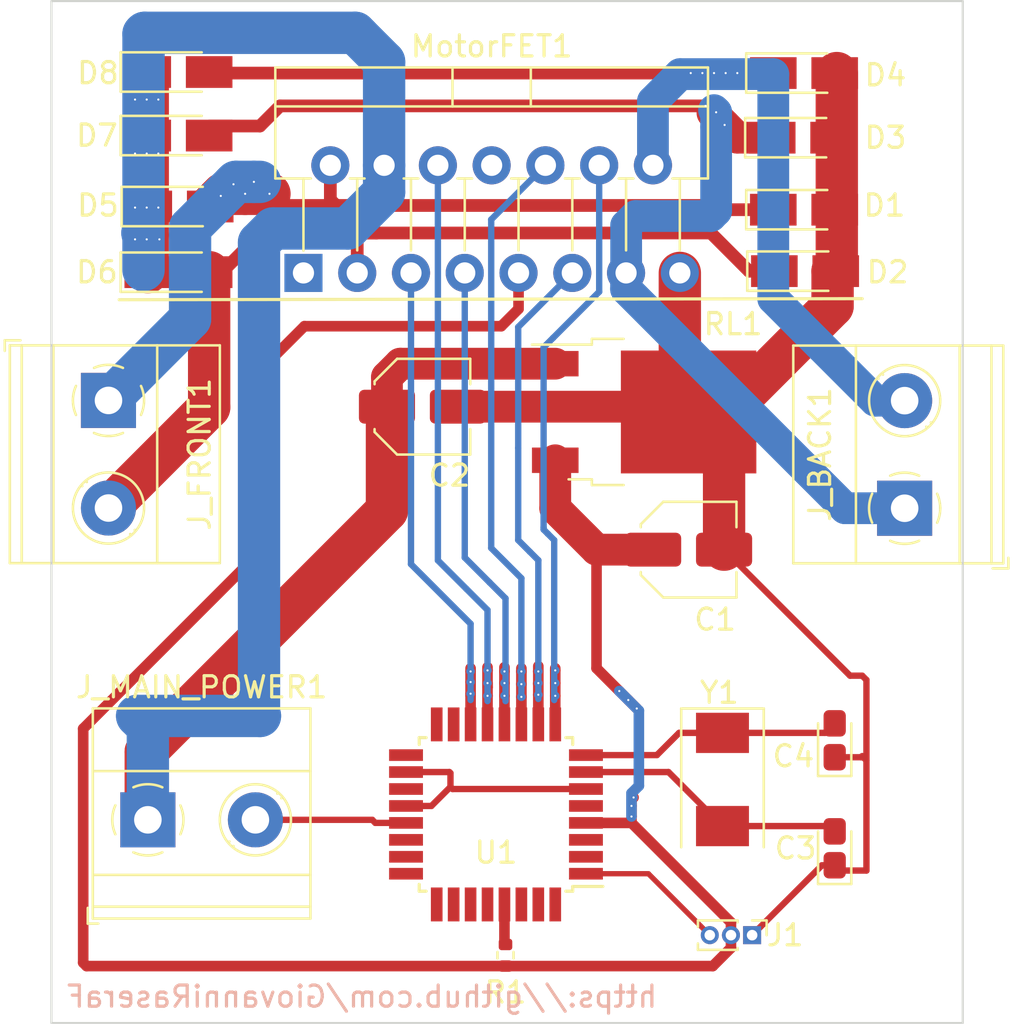
<source format=kicad_pcb>
(kicad_pcb (version 20211014) (generator pcbnew)
  (layers (0 "F.Cu" signal) (31 "B.Cu" signal) (34 "B.Paste" user) (35 "F.Paste" user) (36 "B.SilkS" user "B.Silkscreen") (37 "F.SilkS" user "F.Silkscreen") (38 "B.Mask" user) (39 "F.Mask" user) (44 "Edge.Cuts" user))
  (net 0 "")
  (net 1 "/5-12V")
  (net 2 "Earth")
  (net 3 "VCC")
  (net 4 "Net-(D1-Pad1)")
  (net 5 "Net-(D2-Pad1)")
  (net 6 "Net-(D3-Pad1)")
  (net 7 "Net-(D4-Pad1)")
  (net 8 "Net-(J1-Pad3)")
  (net 9 "INO_D9")
  (net 10 "INO_D10")
  (net 11 "INO_D8")
  (net 12 "INO_D7")
  (net 13 "INO_D5")
  (net 14 "INO_D6")
  (net 16 "Net-(C3-Pad2)")
  (net 17 "Net-(C4-Pad2)")
  (net 18 "Net-(R1-Pad2)")
  (footprint "Package_TO_SOT_SMD:TO-252-2" (layer "F.Cu") (at 68 59)
    (fp_text reference "RL1" (at 4.2 -4.15 180) (layer "F.SilkS"))
    (fp_text value "KA78M05_TO252" hide)
    (fp_line (start -2.47 -3.45) (end -2.47 -3.18) (layer "F.SilkS") (width 0.12))
    (fp_line (start -2.47 3.45) (end -2.47 3.18) (layer "F.SilkS") (width 0.12))
    (fp_line (start -2.47 3.18) (end -3.57 3.18) (layer "F.SilkS") (width 0.12))
    (fp_line (start -2.47 -3.18) (end -5.3 -3.18) (layer "F.SilkS") (width 0.12))
    (fp_line (start -0.97 -3.45) (end -2.47 -3.45) (layer "F.SilkS") (width 0.12))
    (fp_line (start -0.97 3.45) (end -2.47 3.45) (layer "F.SilkS") (width 0.12))
    (pad "1" smd rect (at -4.2 -2.28) (size 2.2 1.2) (layers "F.Cu" "F.Paste" "F.Mask") (net 1 "/5-12V"))
    (pad "2" smd rect (at 2.1 0) (size 6.4 5.8) (layers "F.Cu" "F.Mask") (net 2 "Earth"))
    (pad "3" smd rect (at -4.2 2.28) (size 2.2 1.2) (layers "F.Cu" "F.Paste" "F.Mask") (net 3 "VCC"))
  )
  (footprint "Capacitor_Tantalum_SMD:CP_EIA-1608-10_AVX-L_Pad1.25x1.05mm_HandSolder" (layer "F.Cu") (at 77 79.6 90)
    (fp_text reference "C3" (at 0 -1.85 180) (layer "F.SilkS"))
    (fp_text value "22pF")
    (fp_line (start 0.8 -0.785) (end -1.685 -0.785) (layer "F.SilkS") (width 0.12))
    (fp_line (start -1.685 0.785) (end 0.8 0.785) (layer "F.SilkS") (width 0.12))
    (fp_line (start -1.685 -0.785) (end -1.685 0.785) (layer "F.SilkS") (width 0.12))
    (pad "1" smd roundrect (at -0.8 0 90) (size 1.25 1.05) (layers "F.Cu" "F.Paste" "F.Mask") (roundrect_rratio 0.238095) (net 2 "Earth"))
    (pad "2" smd roundrect (at 0.8 0 90) (size 1.25 1.05) (layers "F.Cu" "F.Paste" "F.Mask") (roundrect_rratio 0.238095) (net 16 "Net-(C3-Pad2)"))
  )
  (footprint "Diode_SMD:D_MicroMELF_Handsoldering" (layer "F.Cu") (at 75.55 43)
    (fp_text reference "D4" (at 3.85 0.1 180) (layer "F.SilkS"))
    (fp_text value "1N4007" hide)
    (fp_line (start 1.1 -0.93) (end -2.73 -0.93) (layer "F.SilkS") (width 0.12))
    (fp_line (start -2.73 -0.93) (end -2.73 0.93) (layer "F.SilkS") (width 0.12))
    (fp_line (start -2.73 0.93) (end 1.1 0.93) (layer "F.SilkS") (width 0.12))
    (pad "1" smd rect (at -1.45 0) (size 2.2 1.5) (layers "F.Cu" "F.Paste" "F.Mask") (net 7 "Net-(D4-Pad1)"))
    (pad "2" smd rect (at 1.45 0) (size 2.2 1.5) (layers "F.Cu" "F.Paste" "F.Mask") (net 2 "Earth"))
  )
  (footprint "Diode_SMD:D_MicroMELF_Handsoldering" (layer "F.Cu") (at 46 52.4)
    (fp_text reference "D6" (at -3.85 0 180) (layer "F.SilkS"))
    (fp_text value "1N4007" hide)
    (fp_line (start 1.1 -0.93) (end -2.73 -0.93) (layer "F.SilkS") (width 0.12))
    (fp_line (start -2.73 -0.93) (end -2.73 0.93) (layer "F.SilkS") (width 0.12))
    (fp_line (start -2.73 0.93) (end 1.1 0.93) (layer "F.SilkS") (width 0.12))
    (pad "1" smd rect (at -1.45 0) (size 2.2 1.5) (layers "F.Cu" "F.Paste" "F.Mask") (net 1 "/5-12V"))
    (pad "2" smd rect (at 1.45 0) (size 2.2 1.5) (layers "F.Cu" "F.Paste" "F.Mask") (net 5 "Net-(D2-Pad1)"))
  )
  (footprint "Package_QFP:TQFP-32_7x7mm_P0.8mm" (layer "F.Cu") (at 61 78 180)
    (fp_text reference "U1" (at 0 -1.8) (layer "F.SilkS"))
    (fp_text value "ATmega328P-A" hide)
    (fp_line (start -3.625 -3.625) (end -3.625 -3.4) (layer "F.SilkS") (width 0.15))
    (fp_line (start 3.625 3.625) (end 3.625 3.3) (layer "F.SilkS") (width 0.15))
    (fp_line (start -3.625 3.625) (end -3.3 3.625) (layer "F.SilkS") (width 0.15))
    (fp_line (start -3.625 3.625) (end -3.625 3.3) (layer "F.SilkS") (width 0.15))
    (fp_line (start 3.625 3.625) (end 3.3 3.625) (layer "F.SilkS") (width 0.15))
    (fp_line (start -3.625 -3.625) (end -3.3 -3.625) (layer "F.SilkS") (width 0.15))
    (fp_line (start 3.625 -3.625) (end 3.3 -3.625) (layer "F.SilkS") (width 0.15))
    (fp_line (start -3.625 -3.4) (end -5.05 -3.4) (layer "F.SilkS") (width 0.15))
    (fp_line (start 3.625 -3.625) (end 3.625 -3.3) (layer "F.SilkS") (width 0.15))
    (pad "1" smd rect (at -4.25 -2.8 180) (size 1.6 0.55) (layers "F.Cu" "F.Paste" "F.Mask") (net 8 "Net-(J1-Pad3)"))
    (pad "2" smd rect (at -4.25 -2 180) (size 1.6 0.55) (layers "F.Cu" "F.Paste" "F.Mask"))
    (pad "3" smd rect (at -4.25 -1.2 180) (size 1.6 0.55) (layers "F.Cu" "F.Paste" "F.Mask") (net 2 "Earth"))
    (pad "4" smd rect (at -4.25 -0.4 180) (size 1.6 0.55) (layers "F.Cu" "F.Paste" "F.Mask") (net 3 "VCC"))
    (pad "5" smd rect (at -4.25 0.4 180) (size 1.6 0.55) (layers "F.Cu" "F.Paste" "F.Mask") (net 2 "Earth"))
    (pad "6" smd rect (at -4.25 1.2 180) (size 1.6 0.55) (layers "F.Cu" "F.Paste" "F.Mask") (net 3 "VCC"))
    (pad "7" smd rect (at -4.25 2 180) (size 1.6 0.55) (layers "F.Cu" "F.Paste" "F.Mask") (net 16 "Net-(C3-Pad2)"))
    (pad "8" smd rect (at -4.25 2.8 180) (size 1.6 0.55) (layers "F.Cu" "F.Paste" "F.Mask") (net 17 "Net-(C4-Pad2)"))
    (pad "9" smd rect (at -2.8 4.25 270) (size 1.6 0.55) (layers "F.Cu" "F.Paste" "F.Mask") (net 13 "INO_D5"))
    (pad "10" smd rect (at -2 4.25 270) (size 1.6 0.55) (layers "F.Cu" "F.Paste" "F.Mask") (net 14 "INO_D6"))
    (pad "11" smd rect (at -1.2 4.25 270) (size 1.6 0.55) (layers "F.Cu" "F.Paste" "F.Mask") (net 12 "INO_D7"))
    (pad "12" smd rect (at -0.4 4.25 270) (size 1.6 0.55) (layers "F.Cu" "F.Paste" "F.Mask") (net 11 "INO_D8"))
    (pad "13" smd rect (at 0.4 4.25 270) (size 1.6 0.55) (layers "F.Cu" "F.Paste" "F.Mask") (net 9 "INO_D9"))
    (pad "14" smd rect (at 1.2 4.25 270) (size 1.6 0.55) (layers "F.Cu" "F.Paste" "F.Mask") (net 10 "INO_D10"))
    (pad "15" smd rect (at 2 4.25 270) (size 1.6 0.55) (layers "F.Cu" "F.Paste" "F.Mask"))
    (pad "16" smd rect (at 2.8 4.25 270) (size 1.6 0.55) (layers "F.Cu" "F.Paste" "F.Mask"))
    (pad "17" smd rect (at 4.25 2.8 180) (size 1.6 0.55) (layers "F.Cu" "F.Paste" "F.Mask"))
    (pad "18" smd rect (at 4.25 2 180) (size 1.6 0.55) (layers "F.Cu" "F.Paste" "F.Mask") (net 3 "VCC"))
    (pad "19" smd rect (at 4.25 1.2 180) (size 1.6 0.55) (layers "F.Cu" "F.Paste" "F.Mask"))
    (pad "20" smd rect (at 4.25 0.4 180) (size 1.6 0.55) (layers "F.Cu" "F.Paste" "F.Mask") (net 3 "VCC"))
    (pad "21" smd rect (at 4.25 -0.4 180) (size 1.6 0.55) (layers "F.Cu" "F.Paste" "F.Mask") (net 2 "Earth"))
    (pad "22" smd rect (at 4.25 -1.2 180) (size 1.6 0.55) (layers "F.Cu" "F.Paste" "F.Mask"))
    (pad "23" smd rect (at 4.25 -2 180) (size 1.6 0.55) (layers "F.Cu" "F.Paste" "F.Mask"))
    (pad "24" smd rect (at 4.25 -2.8 180) (size 1.6 0.55) (layers "F.Cu" "F.Paste" "F.Mask"))
    (pad "25" smd rect (at 2.8 -4.25 270) (size 1.6 0.55) (layers "F.Cu" "F.Paste" "F.Mask"))
    (pad "26" smd rect (at 2 -4.25 270) (size 1.6 0.55) (layers "F.Cu" "F.Paste" "F.Mask"))
    (pad "27" smd rect (at 1.2 -4.25 270) (size 1.6 0.55) (layers "F.Cu" "F.Paste" "F.Mask"))
    (pad "28" smd rect (at 0.4 -4.25 270) (size 1.6 0.55) (layers "F.Cu" "F.Paste" "F.Mask"))
    (pad "29" smd rect (at -0.4 -4.25 270) (size 1.6 0.55) (layers "F.Cu" "F.Paste" "F.Mask") (net 18 "Net-(R1-Pad2)"))
    (pad "30" smd rect (at -1.2 -4.25 270) (size 1.6 0.55) (layers "F.Cu" "F.Paste" "F.Mask"))
    (pad "31" smd rect (at -2 -4.25 270) (size 1.6 0.55) (layers "F.Cu" "F.Paste" "F.Mask"))
    (pad "32" smd rect (at -2.8 -4.25 270) (size 1.6 0.55) (layers "F.Cu" "F.Paste" "F.Mask"))
  )
  (footprint "Diode_SMD:D_MicroMELF_Handsoldering" (layer "F.Cu") (at 75.55 49.45)
    (fp_text reference "D1" (at 3.8 -0.2 180) (layer "F.SilkS"))
    (fp_text value "1N4007" hide)
    (fp_line (start -2.73 0.93) (end 1.1 0.93) (layer "F.SilkS") (width 0.12))
    (fp_line (start -2.73 -0.93) (end -2.73 0.93) (layer "F.SilkS") (width 0.12))
    (fp_line (start 1.1 -0.93) (end -2.73 -0.93) (layer "F.SilkS") (width 0.12))
    (pad "1" smd rect (at -1.45 0) (size 2.2 1.5) (layers "F.Cu" "F.Paste" "F.Mask") (net 4 "Net-(D1-Pad1)"))
    (pad "2" smd rect (at 1.45 0) (size 2.2 1.5) (layers "F.Cu" "F.Paste" "F.Mask") (net 2 "Earth"))
  )
  (footprint "Connector_PinHeader_1.00mm:PinHeader_1x03_P1.00mm_Vertical" (layer "F.Cu") (at 73.1 83.7 -90)
    (fp_text reference "J1" (at 0 -1.56 180) (layer "F.SilkS"))
    (fp_text value "Radio")
    (fp_line (start -0.695 -0.685) (end 0 -0.685) (layer "F.SilkS") (width 0.12))
    (fp_line (start -0.695 0) (end -0.695 -0.685) (layer "F.SilkS") (width 0.12))
    (fp_line (start -0.695 0.685) (end -0.695 2.56) (layer "F.SilkS") (width 0.12))
    (fp_line (start 0.394493 2.56) (end 0.695 2.56) (layer "F.SilkS") (width 0.12))
    (fp_line (start 0.695 0.685) (end 0.695 2.56) (layer "F.SilkS") (width 0.12))
    (fp_line (start 0.608276 0.685) (end 0.695 0.685) (layer "F.SilkS") (width 0.12))
    (fp_line (start -0.695 2.56) (end -0.394493 2.56) (layer "F.SilkS") (width 0.12))
    (fp_line (start -0.695 0.685) (end -0.608276 0.685) (layer "F.SilkS") (width 0.12))
    (pad "1" thru_hole rect (at 0 0 270) (size 0.85 0.85) (drill 0.5) (layers *.Cu *.Mask) (net 2 "Earth"))
    (pad "2" thru_hole oval (at 0 1 270) (size 0.85 0.85) (drill 0.5) (layers *.Cu *.Mask) (net 3 "VCC"))
    (pad "3" thru_hole oval (at 0 2 270) (size 0.85 0.85) (drill 0.5) (layers *.Cu *.Mask) (net 8 "Net-(J1-Pad3)"))
  )
  (footprint "Diode_SMD:D_MicroMELF_Handsoldering" (layer "F.Cu") (at 46 42.95)
    (fp_text reference "D8" (at -3.8 0.05 180) (layer "F.SilkS"))
    (fp_text value "1N4007" hide)
    (fp_line (start -2.73 0.93) (end 1.1 0.93) (layer "F.SilkS") (width 0.12))
    (fp_line (start 1.1 -0.93) (end -2.73 -0.93) (layer "F.SilkS") (width 0.12))
    (fp_line (start -2.73 -0.93) (end -2.73 0.93) (layer "F.SilkS") (width 0.12))
    (pad "1" smd rect (at -1.45 0) (size 2.2 1.5) (layers "F.Cu" "F.Paste" "F.Mask") (net 1 "/5-12V"))
    (pad "2" smd rect (at 1.45 0) (size 2.2 1.5) (layers "F.Cu" "F.Paste" "F.Mask") (net 7 "Net-(D4-Pad1)"))
  )
  (footprint "Diode_SMD:D_MicroMELF_Handsoldering" (layer "F.Cu") (at 75.6 52.35)
    (fp_text reference "D2" (at 3.9 0.05 180) (layer "F.SilkS"))
    (fp_text value "1N4007" hide)
    (fp_line (start -2.73 -0.93) (end -2.73 0.93) (layer "F.SilkS") (width 0.12))
    (fp_line (start -2.73 0.93) (end 1.1 0.93) (layer "F.SilkS") (width 0.12))
    (fp_line (start 1.1 -0.93) (end -2.73 -0.93) (layer "F.SilkS") (width 0.12))
    (pad "1" smd rect (at -1.45 0) (size 2.2 1.5) (layers "F.Cu" "F.Paste" "F.Mask") (net 5 "Net-(D2-Pad1)"))
    (pad "2" smd rect (at 1.45 0) (size 2.2 1.5) (layers "F.Cu" "F.Paste" "F.Mask") (net 2 "Earth"))
  )
  (footprint "Diode_SMD:D_MicroMELF_Handsoldering" (layer "F.Cu") (at 46.05 49.3)
    (fp_text reference "D5" (at -3.85 -0.05 180) (layer "F.SilkS"))
    (fp_text value "1N4007" hide)
    (fp_line (start -2.73 0.93) (end 1.1 0.93) (layer "F.SilkS") (width 0.12))
    (fp_line (start 1.1 -0.93) (end -2.73 -0.93) (layer "F.SilkS") (width 0.12))
    (fp_line (start -2.73 -0.93) (end -2.73 0.93) (layer "F.SilkS") (width 0.12))
    (pad "1" smd rect (at -1.45 0) (size 2.2 1.5) (layers "F.Cu" "F.Paste" "F.Mask") (net 1 "/5-12V"))
    (pad "2" smd rect (at 1.45 0) (size 2.2 1.5) (layers "F.Cu" "F.Paste" "F.Mask") (net 4 "Net-(D1-Pad1)"))
  )
  (footprint "TerminalBlock_Phoenix:TerminalBlock_Phoenix_MKDS-1,5-2-5.08_1x02_P5.08mm_Horizontal" (layer "F.Cu") (at 42.695 58.455 -90)
    (fp_text reference "J_FRONT1" (at 2.54 -4.305 90) (layer "F.SilkS"))
    (fp_text value "Screw_Terminal_01x02" hide)
    (fp_line (start -2.6 4.66) (end 7.68 4.66) (layer "F.SilkS") (width 0.12))
    (fp_line (start -2.84 4.16) (end -2.84 4.9) (layer "F.SilkS") (width 0.12))
    (fp_line (start -2.6 -2.301) (end 7.68 -2.301) (layer "F.SilkS") (width 0.12))
    (fp_line (start 4.046 1.239) (end 4.011 1.274) (layer "F.SilkS") (width 0.12))
    (fp_line (start -2.6 2.6) (end 7.68 2.6) (layer "F.SilkS") (width 0.12))
    (fp_line (start 7.68 -5.261) (end 7.68 4.66) (layer "F.SilkS") (width 0.12))
    (fp_line (start -2.6 -5.261) (end 7.68 -5.261) (layer "F.SilkS") (width 0.12))
    (fp_line (start -2.6 -5.261) (end -2.6 4.66) (layer "F.SilkS") (width 0.12))
    (fp_line (start -2.6 4.1) (end 7.68 4.1) (layer "F.SilkS") (width 0.12))
    (fp_line (start 3.853 1.023) (end 3.806 1.069) (layer "F.SilkS") (width 0.12))
    (fp_line (start 6.355 -1.069) (end 6.308 -1.023) (layer "F.SilkS") (width 0.12))
    (fp_line (start 6.15 -1.275) (end 6.115 -1.239) (layer "F.SilkS") (width 0.12))
    (fp_line (start -2.84 4.9) (end -2.34 4.9) (layer "F.SilkS") (width 0.12))
    (fp_arc (start 0.683318 1.534756) (mid 0.349292 1.643288) (end 0 1.68) (layer "F.SilkS") (width 0.12))
    (fp_arc (start -1.535427 0.683042) (mid -1.680501 -0.000524) (end -1.535 -0.684) (layer "F.SilkS") (width 0.12))
    (fp_arc (start -0.683042 -1.535427) (mid 0.000524 -1.680501) (end 0.684 -1.535) (layer "F.SilkS") (width 0.12))
    (fp_arc (start 1.535427 -0.683042) (mid 1.680501 0.000524) (end 1.535 0.684) (layer "F.SilkS") (width 0.12))
    (fp_arc (start 0.028805 1.680253) (mid -0.335551 1.646659) (end -0.684 1.535) (layer "F.SilkS") (width 0.12))
    (fp_circle (center 5.08 0) (end 6.76 0) (layer "F.SilkS") (width 0.12) (fill none))
    (pad "1" thru_hole rect (at 0 0 270) (size 2.6 2.6) (drill 1.3) (layers *.Cu *.Mask) (net 4 "Net-(D1-Pad1)"))
    (pad "2" thru_hole circle (at 5.08 0 270) (size 2.6 2.6) (drill 1.3) (layers *.Cu *.Mask) (net 5 "Net-(D2-Pad1)"))
  )
  (footprint "Crystal:Crystal_SMD_0603-2Pin_6.0x3.5mm" (layer "F.Cu") (at 71.7 76.35 -90)
    (fp_text reference "Y1" (at -4.1 0.15 180) (layer "F.SilkS"))
    (fp_text value "Crystal" hide)
    (fp_line (start -3.35 -1.95) (end -3.35 1.95) (layer "F.SilkS") (width 0.12))
    (fp_line (start -3.35 1.95) (end 3.2 1.95) (layer "F.SilkS") (width 0.12))
    (fp_line (start 3.2 -1.95) (end -3.35 -1.95) (layer "F.SilkS") (width 0.12))
    (pad "1" smd rect (at -2.2 0 270) (size 1.9 2.5) (layers "F.Cu" "F.Paste" "F.Mask") (net 17 "Net-(C4-Pad2)"))
    (pad "2" smd rect (at 2.2 0 270) (size 1.9 2.5) (layers "F.Cu" "F.Paste" "F.Mask") (net 16 "Net-(C3-Pad2)"))
  )
  (footprint "Capacitor_SMD:C_Elec_4x5.8" (layer "F.Cu") (at 57.525 58.75)
    (fp_text reference "C2" (at 1.275 3.25) (layer "F.SilkS"))
    (fp_text value "220uF")
    (fp_line (start -1.195563 -2.26) (end 2.26 -2.26) (layer "F.SilkS") (width 0.12))
    (fp_line (start -2.26 -1.195563) (end -2.26 -1.06) (layer "F.SilkS") (width 0.12))
    (fp_line (start -2.26 -1.195563) (end -1.195563 -2.26) (layer "F.SilkS") (width 0.12))
    (fp_line (start 2.26 2.26) (end 2.26 1.06) (layer "F.SilkS") (width 0.12))
    (fp_line (start 2.26 -2.26) (end 2.26 -1.06) (layer "F.SilkS") (width 0.12))
    (fp_line (start -2.26 1.195563) (end -1.195563 2.26) (layer "F.SilkS") (width 0.12))
    (fp_line (start -2.26 1.195563) (end -2.26 1.06) (layer "F.SilkS") (width 0.12))
    (fp_line (start -1.195563 2.26) (end 2.26 2.26) (layer "F.SilkS") (width 0.12))
    (pad "1" smd roundrect (at -1.675 0) (size 2.65 1.6) (layers "F.Cu" "F.Paste" "F.Mask") (roundrect_rratio 0.15625) (net 1 "/5-12V"))
    (pad "2" smd roundrect (at 1.675 0) (size 2.65 1.6) (layers "F.Cu" "F.Paste" "F.Mask") (roundrect_rratio 0.15625) (net 2 "Earth"))
  )
  (footprint "Capacitor_Tantalum_SMD:CP_EIA-1608-10_AVX-L_Pad1.25x1.05mm_HandSolder" (layer "F.Cu") (at 77 74.5 90)
    (fp_text reference "C4" (at -0.75 -1.95 180) (layer "F.SilkS"))
    (fp_text value "22pF")
    (fp_line (start 0.8 -0.785) (end -1.685 -0.785) (layer "F.SilkS") (width 0.12))
    (fp_line (start -1.685 0.785) (end 0.8 0.785) (layer "F.SilkS") (width 0.12))
    (fp_line (start -1.685 -0.785) (end -1.685 0.785) (layer "F.SilkS") (width 0.12))
    (pad "1" smd roundrect (at -0.8 0 90) (size 1.25 1.05) (layers "F.Cu" "F.Paste" "F.Mask") (roundrect_rratio 0.238095) (net 2 "Earth"))
    (pad "2" smd roundrect (at 0.8 0 90) (size 1.25 1.05) (layers "F.Cu" "F.Paste" "F.Mask") (roundrect_rratio 0.238095) (net 17 "Net-(C4-Pad2)"))
  )
  (footprint "Resistor_SMD:R_0402_1005Metric" (layer "F.Cu") (at 61.45 84.65 90)
    (fp_text reference "R1" (at -1.75 0 180) (layer "F.SilkS"))
    (fp_text value "10K")
    (fp_line (start -0.153641 0.38) (end 0.153641 0.38) (layer "F.SilkS") (width 0.12))
    (fp_line (start -0.153641 -0.38) (end 0.153641 -0.38) (layer "F.SilkS") (width 0.12))
    (pad "1" smd roundrect (at -0.51 0 90) (size 0.54 0.64) (layers "F.Cu" "F.Paste" "F.Mask") (net 3 "VCC"))
    (pad "2" smd roundrect (at 0.51 0 90) (size 0.54 0.64) (layers "F.Cu" "F.Paste" "F.Mask") (net 18 "Net-(R1-Pad2)"))
  )
  (footprint "Capacitor_SMD:C_Elec_4x5.8" (layer "F.Cu") (at 70.1 65.5)
    (fp_text reference "C1" (at 1.25 3.3) (layer "F.SilkS"))
    (fp_text value "220uF")
    (fp_line (start -2.26 -1.195563) (end -2.26 -1.06) (layer "F.SilkS") (width 0.12))
    (fp_line (start -2.26 1.195563) (end -2.26 1.06) (layer "F.SilkS") (width 0.12))
    (fp_line (start -1.195563 -2.26) (end 2.26 -2.26) (layer "F.SilkS") (width 0.12))
    (fp_line (start -2.26 -1.195563) (end -1.195563 -2.26) (layer "F.SilkS") (width 0.12))
    (fp_line (start 2.26 2.26) (end 2.26 1.06) (layer "F.SilkS") (width 0.12))
    (fp_line (start 2.26 -2.26) (end 2.26 -1.06) (layer "F.SilkS") (width 0.12))
    (fp_line (start -1.195563 2.26) (end 2.26 2.26) (layer "F.SilkS") (width 0.12))
    (fp_line (start -2.26 1.195563) (end -1.195563 2.26) (layer "F.SilkS") (width 0.12))
    (pad "1" smd roundrect (at -1.675 0) (size 2.65 1.6) (layers "F.Cu" "F.Paste" "F.Mask") (roundrect_rratio 0.15625) (net 3 "VCC"))
    (pad "2" smd roundrect (at 1.675 0) (size 2.65 1.6) (layers "F.Cu" "F.Paste" "F.Mask") (roundrect_rratio 0.15625) (net 2 "Earth"))
  )
  (footprint "TerminalBlock_Phoenix:TerminalBlock_Phoenix_MKDS-1,5-2-5.08_1x02_P5.08mm_Horizontal" (layer "F.Cu") (at 44.555 78.255)
    (fp_text reference "J_MAIN_POWER1" (at 2.54 -6.26) (layer "F.SilkS"))
    (fp_text value "Screw_Terminal_01x02" hide)
    (fp_line (start 7.68 -5.261) (end 7.68 4.66) (layer "F.SilkS") (width 0.12))
    (fp_line (start -2.6 4.66) (end 7.68 4.66) (layer "F.SilkS") (width 0.12))
    (fp_line (start -2.6 2.6) (end 7.68 2.6) (layer "F.SilkS") (width 0.12))
    (fp_line (start -2.6 -5.261) (end -2.6 4.66) (layer "F.SilkS") (width 0.12))
    (fp_line (start -2.84 4.16) (end -2.84 4.9) (layer "F.SilkS") (width 0.12))
    (fp_line (start 6.15 -1.275) (end 6.115 -1.239) (layer "F.SilkS") (width 0.12))
    (fp_line (start 4.046 1.239) (end 4.011 1.274) (layer "F.SilkS") (width 0.12))
    (fp_line (start 6.355 -1.069) (end 6.308 -1.023) (layer "F.SilkS") (width 0.12))
    (fp_line (start 3.853 1.023) (end 3.806 1.069) (layer "F.SilkS") (width 0.12))
    (fp_line (start -2.6 -5.261) (end 7.68 -5.261) (layer "F.SilkS") (width 0.12))
    (fp_line (start -2.84 4.9) (end -2.34 4.9) (layer "F.SilkS") (width 0.12))
    (fp_line (start -2.6 -2.301) (end 7.68 -2.301) (layer "F.SilkS") (width 0.12))
    (fp_line (start -2.6 4.1) (end 7.68 4.1) (layer "F.SilkS") (width 0.12))
    (fp_arc (start 0.683318 1.534756) (mid 0.349292 1.643288) (end 0 1.68) (layer "F.SilkS") (width 0.12))
    (fp_arc (start -1.535427 0.683042) (mid -1.680501 -0.000524) (end -1.535 -0.684) (layer "F.SilkS") (width 0.12))
    (fp_arc (start 0.028805 1.680253) (mid -0.335551 1.646659) (end -0.684 1.535) (layer "F.SilkS") (width 0.12))
    (fp_arc (start -0.683042 -1.535427) (mid 0.000524 -1.680501) (end 0.684 -1.535) (layer "F.SilkS") (width 0.12))
    (fp_arc (start 1.535427 -0.683042) (mid 1.680501 0.000524) (end 1.535 0.684) (layer "F.SilkS") (width 0.12))
    (fp_circle (center 5.08 0) (end 6.76 0) (layer "F.SilkS") (width 0.12) (fill none))
    (pad "1" thru_hole rect (at 0 0) (size 2.6 2.6) (drill 1.3) (layers *.Cu *.Mask) (net 1 "/5-12V"))
    (pad "2" thru_hole circle (at 5.08 0) (size 2.6 2.6) (drill 1.3) (layers *.Cu *.Mask) (net 2 "Earth"))
  )
  (footprint "Diode_SMD:D_MicroMELF_Handsoldering" (layer "F.Cu") (at 46 45.95)
    (fp_text reference "D7" (at -3.85 0) (layer "F.SilkS"))
    (fp_text value "1N4007" hide)
    (fp_line (start 1.1 -0.93) (end -2.73 -0.93) (layer "F.SilkS") (width 0.12))
    (fp_line (start -2.73 -0.93) (end -2.73 0.93) (layer "F.SilkS") (width 0.12))
    (fp_line (start -2.73 0.93) (end 1.1 0.93) (layer "F.SilkS") (width 0.12))
    (pad "1" smd rect (at -1.45 0) (size 2.2 1.5) (layers "F.Cu" "F.Paste" "F.Mask") (net 1 "/5-12V"))
    (pad "2" smd rect (at 1.45 0) (size 2.2 1.5) (layers "F.Cu" "F.Paste" "F.Mask") (net 6 "Net-(D3-Pad1)"))
  )
  (footprint "Diode_SMD:D_MicroMELF_Handsoldering" (layer "F.Cu") (at 75.5 46.05)
    (fp_text reference "D3" (at 3.9 0 180) (layer "F.SilkS"))
    (fp_text value "1N4007" hide)
    (fp_line (start -2.73 0.93) (end 1.1 0.93) (layer "F.SilkS") (width 0.12))
    (fp_line (start -2.73 -0.93) (end -2.73 0.93) (layer "F.SilkS") (width 0.12))
    (fp_line (start 1.1 -0.93) (end -2.73 -0.93) (layer "F.SilkS") (width 0.12))
    (pad "1" smd rect (at -1.45 0) (size 2.2 1.5) (layers "F.Cu" "F.Paste" "F.Mask") (net 6 "Net-(D3-Pad1)"))
    (pad "2" smd rect (at 1.45 0) (size 2.2 1.5) (layers "F.Cu" "F.Paste" "F.Mask") (net 2 "Earth"))
  )
  (footprint "Package_TO_SOT_THT:TO-220-15_P2.54x2.54mm_StaggerOdd_Lead4.58mm_Vertical" (layer "F.Cu") (at 51.905 52.435)
    (fp_text reference "MotorFET1" (at 8.89 -10.7) (layer "F.SilkS"))
    (fp_text value "L298N" hide)
    (fp_line (start 17.435 -4.459) (end 19.11 -4.459) (layer "F.SilkS") (width 0.12))
    (fp_line (start 7.041 -9.7) (end 7.041 -7.86) (layer "F.SilkS") (width 0.12))
    (fp_line (start 12.7 -4.459) (end 12.7 -1.065) (layer "F.SilkS") (width 0.12))
    (fp_line (start -1.33 -9.7) (end 19.11 -9.7) (layer "F.SilkS") (width 0.12))
    (fp_line (start 12.355 -4.459) (end 13.046 -4.459) (layer "F.SilkS") (width 0.12))
    (fp_line (start -1.33 -7.86) (end 19.11 -7.86) (layer "F.SilkS") (width 0.12))
    (fp_line (start 17.78 -4.459) (end 17.78 -1.065) (layer "F.SilkS") (width 0.12))
    (fp_line (start 0 -4.459) (end 0 -1.05) (layer "F.SilkS") (width 0.12))
    (fp_line (start 15.24 -4.459) (end 15.24 -1.065) (layer "F.SilkS") (width 0.12))
    (fp_line (start 9.815 -4.459) (end 10.506 -4.459) (layer "F.SilkS") (width 0.12))
    (fp_line (start 10.16 -4.459) (end 10.16 -1.065) (layer "F.SilkS") (width 0.12))
    (fp_line (start 14.895 -4.459) (end 15.586 -4.459) (layer "F.SilkS") (width 0.12))
    (fp_line (start 2.195 -4.459) (end 2.886 -4.459) (layer "F.SilkS") (width 0.12))
    (fp_line (start 10.74 -9.7) (end 10.74 -7.86) (layer "F.SilkS") (width 0.12))
    (fp_line (start 4.735 -4.459) (end 5.426 -4.459) (layer "F.SilkS") (width 0.12))
    (fp_line (start -1.33 -4.459) (end 0.346 -4.459) (layer "F.SilkS") (width 0.12))
    (fp_line (start 5.08 -4.459) (end 5.08 -1.065) (layer "F.SilkS") (width 0.12))
    (fp_line (start 2.54 -4.459) (end 2.54 -1.065) (layer "F.SilkS") (width 0.12))
    (fp_line (start 7.62 -4.459) (end 7.62 -1.065) (layer "F.SilkS") (width 0.12))
    (fp_line (start 19.11 -9.7) (end 19.11 -4.459) (layer "F.SilkS") (width 0.12))
    (fp_line (start 7.275 -4.459) (end 7.966 -4.459) (layer "F.SilkS") (width 0.12))
    (fp_line (start -1.33 -9.7) (end -1.33 -4.459) (layer "F.SilkS") (width 0.12))
    (pad "1" thru_hole rect (at 0 0) (size 1.8 1.8) (drill 1) (layers *.Cu *.Mask) (net 2 "Earth"))
    (pad "2" thru_hole oval (at 1.27 -5.08) (size 1.8 1.8) (drill 1) (layers *.Cu *.Mask) (net 4 "Net-(D1-Pad1)"))
    (pad "3" thru_hole oval (at 2.54 0) (size 1.8 1.8) (drill 1) (layers *.Cu *.Mask) (net 5 "Net-(D2-Pad1)"))
    (pad "4" thru_hole oval (at 3.81 -5.08) (size 1.8 1.8) (drill 1) (layers *.Cu *.Mask) (net 1 "/5-12V"))
    (pad "5" thru_hole oval (at 5.08 0) (size 1.8 1.8) (drill 1) (layers *.Cu *.Mask) (net 10 "INO_D10"))
    (pad "6" thru_hole oval (at 6.35 -5.08) (size 1.8 1.8) (drill 1) (layers *.Cu *.Mask) (net 9 "INO_D9"))
    (pad "7" thru_hole oval (at 7.62 0) (size 1.8 1.8) (drill 1) (layers *.Cu *.Mask) (net 11 "INO_D8"))
    (pad "8" thru_hole oval (at 8.89 -5.08) (size 1.8 1.8) (drill 1) (layers *.Cu *.Mask) (net 2 "Earth"))
    (pad "9" thru_hole oval (at 10.16 0) (size 1.8 1.8) (drill 1) (layers *.Cu *.Mask) (net 3 "VCC"))
    (pad "10" thru_hole oval (at 11.43 -5.08) (size 1.8 1.8) (drill 1) (layers *.Cu *.Mask) (net 12 "INO_D7"))
    (pad "11" thru_hole oval (at 12.7 0) (size 1.8 1.8) (drill 1) (layers *.Cu *.Mask) (net 14 "INO_D6"))
    (pad "12" thru_hole oval (at 13.97 -5.08) (size 1.8 1.8) (drill 1) (layers *.Cu *.Mask) (net 13 "INO_D5"))
    (pad "13" thru_hole oval (at 15.24 0) (size 1.8 1.8) (drill 1) (layers *.Cu *.Mask) (net 6 "Net-(D3-Pad1)"))
    (pad "14" thru_hole oval (at 16.51 -5.08) (size 1.8 1.8) (drill 1) (layers *.Cu *.Mask) (net 7 "Net-(D4-Pad1)"))
    (pad "15" thru_hole oval (at 17.78 0) (size 1.8 1.8) (drill 1) (layers *.Cu *.Mask) (net 2 "Earth"))
  )
  (footprint "TerminalBlock_Phoenix:TerminalBlock_Phoenix_MKDS-1,5-2-5.08_1x02_P5.08mm_Horizontal" (layer "F.Cu") (at 80.305 63.545 90)
    (fp_text reference "J_BACK1" (at 2.54 -4 90) (layer "F.SilkS"))
    (fp_text value "Screw_Terminal_01x02" hide)
    (fp_line (start -2.6 -2.301) (end 7.68 -2.301) (layer "F.SilkS") (width 0.12))
    (fp_line (start -2.84 4.9) (end -2.34 4.9) (layer "F.SilkS") (width 0.12))
    (fp_line (start -2.6 -5.261) (end -2.6 4.66) (layer "F.SilkS") (width 0.12))
    (fp_line (start -2.6 4.66) (end 7.68 4.66) (layer "F.SilkS") (width 0.12))
    (fp_line (start -2.84 4.16) (end -2.84 4.9) (layer "F.SilkS") (width 0.12))
    (fp_line (start -2.6 -5.261) (end 7.68 -5.261) (layer "F.SilkS") (width 0.12))
    (fp_line (start -2.6 2.6) (end 7.68 2.6) (layer "F.SilkS") (width 0.12))
    (fp_line (start 6.15 -1.275) (end 6.115 -1.239) (layer "F.SilkS") (width 0.12))
    (fp_line (start 7.68 -5.261) (end 7.68 4.66) (layer "F.SilkS") (width 0.12))
    (fp_line (start -2.6 4.1) (end 7.68 4.1) (layer "F.SilkS") (width 0.12))
    (fp_line (start 3.853 1.023) (end 3.806 1.069) (layer "F.SilkS") (width 0.12))
    (fp_line (start 4.046 1.239) (end 4.011 1.274) (layer "F.SilkS") (width 0.12))
    (fp_line (start 6.355 -1.069) (end 6.308 -1.023) (layer "F.SilkS") (width 0.12))
    (fp_arc (start 0.683318 1.534756) (mid 0.349292 1.643288) (end 0 1.68) (layer "F.SilkS") (width 0.12))
    (fp_arc (start 0.028805 1.680253) (mid -0.335551 1.646659) (end -0.684 1.535) (layer "F.SilkS") (width 0.12))
    (fp_arc (start 1.535427 -0.683042) (mid 1.680501 0.000524) (end 1.535 0.684) (layer "F.SilkS") (width 0.12))
    (fp_arc (start -0.683042 -1.535427) (mid 0.000524 -1.680501) (end 0.684 -1.535) (layer "F.SilkS") (width 0.12))
    (fp_arc (start -1.535427 0.683042) (mid -1.680501 -0.000524) (end -1.535 -0.684) (layer "F.SilkS") (width 0.12))
    (fp_circle (center 5.08 0) (end 6.76 0) (layer "F.SilkS") (width 0.12) (fill none))
    (pad "1" thru_hole rect (at 0 0 90) (size 2.6 2.6) (drill 1.3) (layers *.Cu *.Mask) (net 6 "Net-(D3-Pad1)"))
    (pad "2" thru_hole circle (at 5.08 0 90) (size 2.6 2.6) (drill 1.3) (layers *.Cu *.Mask) (net 7 "Net-(D4-Pad1)"))
  )
  (gr_line (start 43.2 53.7) (end 78.3 53.65) (layer "F.SilkS") (width 0.15))
  (gr_rect (start 40 39.6) (end 83.05 87.85) (layer "Edge.Cuts") (width 0.1) (fill none))
  (gr_text "https://github.com/GiovanniRaseraF" (at 54.65 86.6) (layer "B.SilkS") (effects (font (size 1 1)) (justify mirror)))
  (segment (start 55.85 58.75) (end 55.85 57.35) (width 1.5) (layer "F.Cu") (net 1))
  (segment (start 44.55 50.6) (end 44.5 50.65) (width 2) (layer "F.Cu") (net 1))
  (segment (start 44.55 50.7) (end 44.55 52.4) (width 2) (layer "F.Cu") (net 1))
  (segment (start 55.85 63.65) (end 55.85 58.75) (width 2) (layer "F.Cu") (net 1))
  (segment (start 55.85 57.35) (end 56.48 56.72) (width 1.5) (layer "F.Cu") (net 1))
  (segment (start 56.48 56.72) (end 63.8 56.72) (width 1.5) (layer "F.Cu") (net 1))
  (segment (start 44.455 78.155) (end 44.555 78.255) (width 2) (layer "F.Cu") (net 1))
  (segment (start 44.5 50.65) (end 44.55 50.7) (width 2) (layer "F.Cu") (net 1))
  (segment (start 44.55 42.95) (end 44.55 50.6) (width 2) (layer "F.Cu") (net 1))
  (segment (start 44.455 75.045) (end 55.85 63.65) (width 2) (layer "F.Cu") (net 1))
  (segment (start 44.455 75.045) (end 44.455 78.155) (width 2) (layer "F.Cu") (net 1))
  (via (at 44.5 44.25) (size 0.3) (drill 0.1) (layers "F.Cu" "B.Cu") (net 1))
  (via (at 45.05 49.35) (size 0.3) (drill 0.1) (layers "F.Cu" "B.Cu") (net 1))
  (via (at 44.5 46.8) (size 0.3) (drill 0.1) (layers "F.Cu" "B.Cu") (net 1))
  (via (at 45.05 44.25) (size 0.3) (drill 0.1) (layers "F.Cu" "B.Cu") (net 1))
  (via (at 43.95 44.25) (size 0.3) (drill 0.1) (layers "F.Cu" "B.Cu") (net 1))
  (via (at 43.95 49.35) (size 0.3) (drill 0.1) (layers "F.Cu" "B.Cu") (net 1))
  (via (at 45.05 46.8) (size 0.3) (drill 0.1) (layers "F.Cu" "B.Cu") (net 1))
  (via (at 45.1 50.85) (size 0.3) (drill 0.1) (layers "F.Cu" "B.Cu") (net 1))
  (via (at 44.5 49.35) (size 0.3) (drill 0.1) (layers "F.Cu" "B.Cu") (net 1))
  (via (at 43.95 46.8) (size 0.3) (drill 0.1) (layers "F.Cu" "B.Cu") (net 1))
  (via (at 44.5 50.85) (size 0.3) (drill 0.1) (layers "F.Cu" "B.Cu") (net 1))
  (via (at 43.95 50.85) (size 0.3) (drill 0.1) (layers "F.Cu" "B.Cu") (net 1))
  (segment (start 55.715 47.355) (end 55.715 42.465) (width 2) (layer "B.Cu") (net 1))
  (segment (start 54.35 41.1) (end 44.4 41.1) (width 2) (layer "B.Cu") (net 1))
  (segment (start 49.805489 51) (end 49.805489 73.305489) (width 2) (layer "B.Cu") (net 1))
  (segment (start 49.805489 73.305489) (end 49.85 73.35) (width 2) (layer "B.Cu") (net 1))
  (segment (start 50.47 50.335489) (end 49.805489 51) (width 2) (layer "B.Cu") (net 1))
  (segment (start 44.35 41.15) (end 44.35 49.65) (width 2) (layer "B.Cu") (net 1))
  (segment (start 44.4 41.1) (end 44.35 41.15) (width 2) (layer "B.Cu") (net 1))
  (segment (start 54.007303 50.335489) (end 50.47 50.335489) (width 2) (layer "B.Cu") (net 1))
  (segment (start 54.5 41.25) (end 54.35 41.1) (width 2) (layer "B.Cu") (net 1))
  (segment (start 55.715 48.627792) (end 54.007303 50.335489) (width 2) (layer "B.Cu") (net 1))
  (segment (start 49.85 73.35) (end 44.05 73.35) (width 2) (layer "B.Cu") (net 1))
  (segment (start 44.35 49.65) (end 44.35 50.5) (width 2) (layer "B.Cu") (net 1))
  (segment (start 44.3 50.55) (end 44.35 50.6) (width 2) (layer "B.Cu") (net 1))
  (segment (start 44.35 50.6) (end 44.35 52.3) (width 2) (layer "B.Cu") (net 1))
  (segment (start 44.05 73.35) (end 44.555 73.855) (width 2) (layer "B.Cu") (net 1))
  (segment (start 55.715 47.355) (end 55.715 48.627792) (width 2) (layer "B.Cu") (net 1))
  (segment (start 55.715 42.465) (end 54.5 41.25) (width 2) (layer "B.Cu") (net 1))
  (segment (start 44.35 50.5) (end 44.3 50.55) (width 2) (layer "B.Cu") (net 1))
  (segment (start 44.555 73.855) (end 44.555 78.255) (width 2) (layer "B.Cu") (net 1))
  (segment (start 77.1 52.149022) (end 77.1 43) (width 2) (layer "F.Cu") (net 2))
  (segment (start 78.5 80.65) (end 77.25 80.65) (width 0.3) (layer "F.Cu") (net 2))
  (segment (start 78.3 71.45) (end 78.5 71.65) (width 0.3) (layer "F.Cu") (net 2))
  (segment (start 69.85 58.75) (end 70.1 59) (width 2) (layer "F.Cu") (net 2))
  (segment (start 71.775 65.5) (end 77.725 71.45) (width 0.3) (layer "F.Cu") (net 2))
  (segment (start 55.155 78.255) (end 55.3 78.4) (width 0.3) (layer "F.Cu") (net 2))
  (segment (start 76.9 52.349022) (end 77.1 52.149022) (width 2) (layer "F.Cu") (net 2))
  (segment (start 77 75.3) (end 78.25 75.3) (width 0.3) (layer "F.Cu") (net 2))
  (segment (start 78.5 75.45) (end 78.5 80.65) (width 0.3) (layer "F.Cu") (net 2))
  (segment (start 71.775 65.5) (end 71.775 60.675) (width 2) (layer "F.Cu") (net 2))
  (segment (start 59.2 58.75) (end 69.85 58.75) (width 1.5) (layer "F.Cu") (net 2))
  (segment (start 71.775 60.675) (end 70.1 59) (width 2) (layer "F.Cu") (net 2))
  (segment (start 78.5 71.65) (end 78.5 75.45) (width 0.3) (layer "F.Cu") (net 2))
  (segment (start 78.25 75.3) (end 78.3 75.25) (width 0.3) (layer "F.Cu") (net 2))
  (segment (start 71.899022 59) (end 76.9 53.999022) (width 2) (layer "F.Cu") (net 2))
  (segment (start 69.685 52.435) (end 69.685 58.585) (width 2) (layer "F.Cu") (net 2))
  (segment (start 49.635 78.255) (end 55.155 78.255) (width 0.3) (layer "F.Cu") (net 2))
  (segment (start 76.4 80.4) (end 73.1 83.7) (width 0.3) (layer "F.Cu") (net 2))
  (segment (start 55.3 78.4) (end 56.75 78.4) (width 0.3) (layer "F.Cu") (net 2))
  (segment (start 78.3 75.25) (end 78.5 75.45) (width 0.3) (layer "F.Cu") (net 2))
  (segment (start 76.9 53.999022) (end 76.9 52.349022) (width 2) (layer "F.Cu") (net 2))
  (segment (start 77.725 71.45) (end 78.3 71.45) (width 0.3) (layer "F.Cu") (net 2))
  (segment (start 77.25 80.65) (end 77 80.4) (width 0.3) (layer "F.Cu") (net 2))
  (segment (start 69.685 58.585) (end 70.1 59) (width 2) (layer "F.Cu") (net 2))
  (segment (start 77 80.4) (end 76.4 80.4) (width 0.3) (layer "F.Cu") (net 2))
  (segment (start 70.1 59) (end 71.899022 59) (width 2) (layer "F.Cu") (net 2))
  (segment (start 67.25 72.6) (end 67.65 73) (width 0.5) (layer "F.Cu") (net 3))
  (segment (start 56.75 77.6) (end 57.95 77.6) (width 0.3) (layer "F.Cu") (net 3))
  (segment (start 67.40104 78.4) (end 65.25 78.4) (width 0.5) (layer "F.Cu") (net 3))
  (segment (start 58.85 76.7) (end 58.95 76.8) (width 0.3) (layer "F.Cu") (net 3))
  (segment (start 51.95 54.95) (end 50.4 56.5) (width 0.5) (layer "F.Cu") (net 3))
  (segment (start 63.8 63.55) (end 65.75 65.5) (width 1.5) (layer "F.Cu") (net 3))
  (segment (start 65.75 71.1) (end 66.825 72.175) (width 0.5) (layer "F.Cu") (net 3))
  (segment (start 65.75 65.5) (end 68.425 65.5) (width 1.5) (layer "F.Cu") (net 3))
  (segment (start 67.40104 77.59896) (end 67.40104 77.29896) (width 0.5) (layer "F.Cu") (net 3))
  (segment (start 57.95 77.6) (end 58.85 76.7) (width 0.3) (layer "F.Cu") (net 3))
  (segment (start 58.85 76.05) (end 58.8 76) (width 0.3) (layer "F.Cu") (net 3))
  (segment (start 41.5 85) (end 41.66 85.16) (width 0.5) (layer "F.Cu") (net 3))
  (segment (start 66.825 72.175) (end 67.25 72.6) (width 0.5) (layer "F.Cu") (net 3))
  (segment (start 67.40104 77.29896) (end 67.5 77.2) (width 0.5) (layer "F.Cu") (net 3))
  (segment (start 41.5 73.95) (end 41.5 85) (width 0.5) (layer "F.Cu") (net 3))
  (segment (start 50.4 65.05) (end 41.5 73.95) (width 0.5) (layer "F.Cu") (net 3))
  (segment (start 67.40104 78.09896) (end 67.40104 77.59896) (width 0.5) (layer "F.Cu") (net 3))
  (segment (start 71.24104 85.16) (end 72.1 84.30104) (width 0.5) (layer "F.Cu") (net 3))
  (segment (start 50.4 56.5) (end 50.4 65.05) (width 0.5) (layer "F.Cu") (net 3))
  (segment (start 62.065 54.135) (end 61.25 54.95) (width 0.5) (layer "F.Cu") (net 3))
  (segment (start 58.85 76.7) (end 58.85 76.05) (width 0.3) (layer "F.Cu") (net 3))
  (segment (start 58.8 76) (end 56.75 76) (width 0.3) (layer "F.Cu") (net 3))
  (segment (start 62.065 52.435) (end 62.065 54.135) (width 0.5) (layer "F.Cu") (net 3))
  (segment (start 61.45 85.16) (end 71.24104 85.16) (width 0.5) (layer "F.Cu") (net 3))
  (segment (start 72.1 83.7) (end 72.1 83.09896) (width 0.5) (layer "F.Cu") (net 3))
  (segment (start 67.40104 78.4) (end 67.40104 78.09896) (width 0.5) (layer "F.Cu") (net 3))
  (segment (start 72.1 83.09896) (end 67.40104 78.4) (width 0.5) (layer "F.Cu") (net 3))
  (segment (start 61.25 54.95) (end 51.95 54.95) (width 0.5) (layer "F.Cu") (net 3))
  (segment (start 72.1 83.7) (end 72.1 84.30104) (width 0.5) (layer "F.Cu") (net 3))
  (segment (start 65.75 65.5) (end 65.75 71.1) (width 0.5) (layer "F.Cu") (net 3))
  (segment (start 58.95 76.8) (end 65.25 76.8) (width 0.3) (layer "F.Cu") (net 3))
  (segment (start 63.8 61.28) (end 63.8 63.55) (width 1.5) (layer "F.Cu") (net 3))
  (segment (start 41.66 85.16) (end 61.45 85.16) (width 0.5) (layer "F.Cu") (net 3))
  (via (at 67.40104 78.09896) (size 0.4) (drill 0.1) (layers "F.Cu" "B.Cu") (net 3))
  (via (at 67.25 72.6) (size 0.4) (drill 0.1) (layers "F.Cu" "B.Cu") (net 3))
  (via (at 66.825 72.175) (size 0.4) (drill 0.1) (layers "F.Cu" "B.Cu") (net 3))
  (via (at 67.40104 77.59896) (size 0.4) (drill 0.1) (layers "F.Cu" "B.Cu") (net 3))
  (via (at 67.5 77.2) (size 0.4) (drill 0.1) (layers "F.Cu" "B.Cu") (net 3))
  (via (at 67.65 73) (size 0.4) (drill 0.1) (layers "F.Cu" "B.Cu") (net 3))
  (segment (start 67.75 73.1) (end 67.75 76.65) (width 0.5) (layer "B.Cu") (net 3))
  (segment (start 66.825 72.175) (end 67.75 73.1) (width 0.5) (layer "B.Cu") (net 3))
  (segment (start 67.75 76.65) (end 67.40104 76.99896) (width 0.5) (layer "B.Cu") (net 3))
  (segment (start 67.40104 76.99896) (end 67.40104 78.09896) (width 0.5) (layer "B.Cu") (net 3))
  (segment (start 71.1 49.25) (end 71.3 49.45) (width 0.6) (layer "F.Cu") (net 4))
  (segment (start 48 48.8) (end 48.1 48.7) (width 2) (layer "F.Cu") (net 4))
  (segment (start 53.175 48.975) (end 53.45 49.25) (width 0.6) (layer "F.Cu") (net 4))
  (segment (start 50.85 49.25) (end 50.3 48.7) (width 0.6) (layer "F.Cu") (net 4))
  (segment (start 53.45 49.25) (end 71.1 49.25) (width 0.6) (layer "F.Cu") (net 4))
  (segment (start 53.175 47.355) (end 53.175 48.975) (width 0.6) (layer "F.Cu") (net 4))
  (segment (start 49.15 48.7) (end 50.3 48.7) (width 2) (layer "F.Cu") (net 4))
  (segment (start 47.5 49.3) (end 47.9 48.9) (width 2) (layer "F.Cu") (net 4))
  (segment (start 53.08 47.45) (end 53.175 47.355) (width 1) (layer "F.Cu") (net 4))
  (segment (start 71.3 49.45) (end 74.1 49.45) (width 0.6) (layer "F.Cu") (net 4))
  (segment (start 48.1 48.7) (end 49.15 48.7) (width 2) (layer "F.Cu") (net 4))
  (segment (start 47.9 48.9) (end 48 48.8) (width 2) (layer "F.Cu") (net 4))
  (segment (start 53.45 49.25) (end 50.85 49.25) (width 0.6) (layer "F.Cu") (net 4))
  (via (at 49.564031 48.135969) (size 0.4) (drill 0.1) (layers "F.Cu" "B.Cu") (net 4))
  (via (at 48 48.8) (size 0.4) (drill 0.1) (layers "F.Cu" "B.Cu") (net 4))
  (via (at 50.3 48.7) (size 0.4) (drill 0.1) (layers "F.Cu" "B.Cu") (net 4))
  (via (at 48.6 48.25) (size 0.4) (drill 0.1) (layers "F.Cu" "B.Cu") (net 4))
  (via (at 49.15 48.7) (size 0.4) (drill 0.1) (layers "F.Cu" "B.Cu") (net 4))
  (segment (start 46.54952 50.30048) (end 48.3 48.55) (width 2) (layer "B.Cu") (net 4))
  (segment (start 48.6 48.25) (end 48.625 48.225) (width 2) (layer "B.Cu") (net 4))
  (segment (start 46.54952 54.60048) (end 42.695 58.455) (width 2) (layer "B.Cu") (net 4))
  (segment (start 48.3 48.55) (end 48.6 48.25) (width 2) (layer "B.Cu") (net 4))
  (segment (start 48.714031 48.135969) (end 49.564031 48.135969) (width 2) (layer "B.Cu") (net 4))
  (segment (start 49.564031 48.135969) (end 49.85 48.135969) (width 2) (layer "B.Cu") (net 4))
  (segment (start 46.54952 54.60048) (end 46.54952 50.30048) (width 2) (layer "B.Cu") (net 4))
  (segment (start 48.625 48.225) (end 48.714031 48.135969) (width 2) (layer "B.Cu") (net 4))
  (segment (start 49.9 50.55) (end 55.35 50.55) (width 0.6) (layer "F.Cu") (net 5))
  (segment (start 74.15 52.35) (end 72.95 52.35) (width 0.6) (layer "F.Cu") (net 5))
  (segment (start 48.05 52.4) (end 49.9 50.55) (width 0.6) (layer "F.Cu") (net 5))
  (segment (start 54.445 52.435) (end 54.445 50.605) (width 0.6) (layer "F.Cu") (net 5))
  (segment (start 55.35 50.55) (end 71.15 50.55) (width 0.6) (layer "F.Cu") (net 5))
  (segment (start 47.45 58.78) (end 47.45 52.4) (width 2) (layer "F.Cu") (net 5))
  (segment (start 42.695 63.535) (end 47.45 58.78) (width 2) (layer "F.Cu") (net 5))
  (segment (start 54.445 50.605) (end 54.5 50.55) (width 0.6) (layer "F.Cu") (net 5))
  (segment (start 47.45 52.4) (end 48.05 52.4) (width 0.6) (layer "F.Cu") (net 5))
  (segment (start 72.95 52.35) (end 71.15 50.55) (width 0.6) (layer "F.Cu") (net 5))
  (segment (start 54.5 50.55) (end 55.35 50.55) (width 0.6) (layer "F.Cu") (net 5))
  (segment (start 70.9 44.55) (end 71.225 44.875) (width 0.6) (layer "F.Cu") (net 6))
  (segment (start 71.8 45.45) (end 71.225 44.875) (width 1.5) (layer "F.Cu") (net 6))
  (segment (start 49.85 45.5) (end 50.8 44.55) (width 0.6) (layer "F.Cu") (net 6))
  (segment (start 74.05 46.05) (end 72.4 46.05) (width 1.5) (layer "F.Cu") (net 6))
  (segment (start 50.8 44.55) (end 70.9 44.55) (width 0.6) (layer "F.Cu") (net 6))
  (segment (start 47.45 45.5) (end 49.85 45.5) (width 0.6) (layer "F.Cu") (net 6))
  (segment (start 72.4 46.05) (end 71.8 45.45) (width 1.5) (layer "F.Cu") (net 6))
  (via (at 71.4 44.85) (size 0.4) (drill 0.1) (layers "F.Cu" "B.Cu") (net 6))
  (via (at 71.8 45.45) (size 0.4) (drill 0.1) (layers "F.Cu" "B.Cu") (net 6))
  (via (at 70.9 44.55) (size 0.4) (drill 0.1) (layers "F.Cu" "B.Cu") (net 6))
  (segment (start 71.4 49.5) (end 71.4 45.55) (width 1.5) (layer "B.Cu") (net 6))
  (segment (start 67.6 49.75) (end 71.15 49.75) (width 1.5) (layer "B.Cu") (net 6))
  (segment (start 71.4 45.55) (end 71.4 44.85) (width 1.5) (layer "B.Cu") (net 6))
  (segment (start 71.4 44.85) (end 71.3 44.75) (width 1.5) (layer "B.Cu") (net 6))
  (segment (start 67.145 53.195) (end 77.495 63.545) (width 1.5) (layer "B.Cu") (net 6))
  (segment (start 67.145 52.435) (end 67.145 52.359395) (width 1.5) (layer "B.Cu") (net 6))
  (segment (start 67.145 52.359395) (end 67.15 52.354395) (width 1.5) (layer "B.Cu") (net 6))
  (segment (start 67.15 50.2) (end 67.6 49.75) (width 1.5) (layer "B.Cu") (net 6))
  (segment (start 67.15 52.354395) (end 67.15 50.2) (width 1.5) (layer "B.Cu") (net 6))
  (segment (start 71.15 49.75) (end 71.4 49.5) (width 1.5) (layer "B.Cu") (net 6))
  (segment (start 67.145 52.435) (end 67.145 53.195) (width 1.5) (layer "B.Cu") (net 6))
  (segment (start 77.495 63.545) (end 80.305 63.545) (width 1.5) (layer "B.Cu") (net 6))
  (segment (start 71.3 43) (end 70.75 43) (width 0.6) (layer "F.Cu") (net 7))
  (segment (start 72.4 43) (end 71.85 43) (width 0.6) (layer "F.Cu") (net 7))
  (segment (start 71.35 43) (end 71.3 43) (width 0.6) (layer "F.Cu") (net 7))
  (segment (start 47.5 43) (end 47.45 42.95) (width 0.6) (layer "F.Cu") (net 7))
  (segment (start 71.85 43) (end 71.35 43) (width 0.6) (layer "F.Cu") (net 7))
  (segment (start 74.1 43) (end 72.4 43) (width 0.6) (layer "F.Cu") (net 7))
  (segment (start 70.75 43) (end 70.2 43) (width 0.6) (layer "F.Cu") (net 7))
  (segment (start 70.2 43) (end 47.5 43) (width 0.6) (layer "F.Cu") (net 7))
  (via (at 71.85 43) (size 0.4) (drill 0.1) (layers "F.Cu" "B.Cu") (net 7))
  (via (at 70.75 43) (size 0.4) (drill 0.1) (layers "F.Cu" "B.Cu") (net 7))
  (via (at 71.3 43) (size 0.4) (drill 0.1) (layers "F.Cu" "B.Cu") (net 7))
  (via (at 72.4 43) (size 0.4) (drill 0.1) (layers "F.Cu" "B.Cu") (net 7))
  (via (at 70.2 43) (size 0.4) (drill 0.1) (layers "F.Cu" "B.Cu") (net 7))
  (segment (start 74.1 53.65) (end 78.915 58.465) (width 1.5) (layer "B.Cu") (net 7))
  (segment (start 68.415 47.355) (end 68.415 44.335) (width 1.5) (layer "B.Cu") (net 7))
  (segment (start 78.915 58.465) (end 80.305 58.465) (width 1.5) (layer "B.Cu") (net 7))
  (segment (start 74.1 43.05) (end 74.1 53.65) (width 1.5) (layer "B.Cu") (net 7))
  (segment (start 68.415 44.335) (end 69.7 43.05) (width 1.5) (layer "B.Cu") (net 7))
  (segment (start 69.7 43.05) (end 74.1 43.05) (width 1.5) (layer "B.Cu") (net 7))
  (segment (start 65.25 80.8) (end 68.2 80.8) (width 0.25) (layer "F.Cu") (net 8))
  (segment (start 68.2 80.8) (end 71.1 83.7) (width 0.25) (layer "F.Cu") (net 8))
  (segment (start 60.6 72) (end 60.6 71.8) (width 0.5) (layer "F.Cu") (net 9))
  (segment (start 60.6 71.2) (end 60.6 71.05) (width 0.5) (layer "F.Cu") (net 9))
  (segment (start 60.6 73.75) (end 60.6 72.4) (width 0.5) (layer "F.Cu") (net 9))
  (segment (start 60.6 72.4) (end 60.6 72) (width 0.5) (layer "F.Cu") (net 9))
  (segment (start 60.6 72) (end 60.6 71.2) (width 0.5) (layer "F.Cu") (net 9))
  (via (at 60.6 72.4) (size 0.4) (drill 0.1) (layers "F.Cu" "B.Cu") (net 9))
  (via (at 60.6 71.8) (size 0.4) (drill 0.1) (layers "F.Cu" "B.Cu") (net 9))
  (via (at 60.6 71.2) (size 0.4) (drill 0.1) (layers "F.Cu" "B.Cu") (net 9))
  (segment (start 59.6 67.35) (end 60.6 68.35) (width 0.3) (layer "B.Cu") (net 9))
  (segment (start 58.255 47.355) (end 58.255 66.005) (width 0.3) (layer "B.Cu") (net 9))
  (segment (start 60.6 68.35) (end 60.6 72.65) (width 0.3) (layer "B.Cu") (net 9))
  (segment (start 58.255 66.005) (end 59.6 67.35) (width 0.3) (layer "B.Cu") (net 9))
  (segment (start 59.8 71.25) (end 59.8 71.1) (width 0.5) (layer "F.Cu") (net 10))
  (segment (start 59.8 73.75) (end 59.8 72.4) (width 0.5) (layer "F.Cu") (net 10))
  (segment (start 59.8 72.4) (end 59.8 72.3) (width 0.5) (layer "F.Cu") (net 10))
  (segment (start 59.8 72.3) (end 59.8 71.75) (width 0.5) (layer "F.Cu") (net 10))
  (segment (start 59.8 71.75) (end 59.8 71.25) (width 0.5) (layer "F.Cu") (net 10))
  (via (at 59.8 71.25) (size 0.4) (drill 0.1) (layers "F.Cu" "B.Cu") (net 10))
  (via (at 59.8 72.3) (size 0.4) (drill 0.1) (layers "F.Cu" "B.Cu") (net 10))
  (via (at 59.8 71.75) (size 0.4) (drill 0.1) (layers "F.Cu" "B.Cu") (net 10))
  (segment (start 56.985 52.435) (end 56.985 66.185) (width 0.3) (layer "B.Cu") (net 10))
  (segment (start 59.8 69) (end 59.8 72.6) (width 0.3) (layer "B.Cu") (net 10))
  (segment (start 56.985 66.185) (end 59.8 69) (width 0.3) (layer "B.Cu") (net 10))
  (segment (start 61.4 72.4) (end 61.4 71.8) (width 0.5) (layer "F.Cu") (net 11))
  (segment (start 61.4 73.75) (end 61.4 72.4) (width 0.5) (layer "F.Cu") (net 11))
  (segment (start 61.4 71.25) (end 61.4 71.05) (width 0.5) (layer "F.Cu") (net 11))
  (segment (start 61.4 71.8) (end 61.4 71.25) (width 0.5) (layer "F.Cu") (net 11))
  (via (at 61.4 71.25) (size 0.4) (drill 0.1) (layers "F.Cu" "B.Cu") (net 11))
  (via (at 61.4 72.4) (size 0.4) (drill 0.1) (layers "F.Cu" "B.Cu") (net 11))
  (via (at 61.4 71.8) (size 0.4) (drill 0.1) (layers "F.Cu" "B.Cu") (net 11))
  (segment (start 60.7 67.05) (end 61.45 67.8) (width 0.3) (layer "B.Cu") (net 11))
  (segment (start 59.525 52.435) (end 59.525 65.875) (width 0.3) (layer "B.Cu") (net 11))
  (segment (start 61.45 67.8) (end 61.45 72.65) (width 0.3) (layer "B.Cu") (net 11))
  (segment (start 59.525 65.875) (end 60.7 67.05) (width 0.3) (layer "B.Cu") (net 11))
  (segment (start 62.2 71.85) (end 62.2 71.25) (width 0.5) (layer "F.Cu") (net 12))
  (segment (start 62.2 72.45) (end 62.2 71.85) (width 0.5) (layer "F.Cu") (net 12))
  (segment (start 62.2 73.75) (end 62.2 72.45) (width 0.5) (layer "F.Cu") (net 12))
  (segment (start 62.2 71.25) (end 62.2 71.1) (width 0.5) (layer "F.Cu") (net 12))
  (via (at 62.2 72.45) (size 0.4) (drill 0.1) (layers "F.Cu" "B.Cu") (net 12))
  (via (at 62.2 71.85) (size 0.4) (drill 0.1) (layers "F.Cu" "B.Cu") (net 12))
  (via (at 62.2 71.25) (size 0.4) (drill 0.1) (layers "F.Cu" "B.Cu") (net 12))
  (segment (start 60.774511 65.424511) (end 62.2 66.85) (width 0.3) (layer "B.Cu") (net 12))
  (segment (start 60.774511 49.915489) (end 60.774511 65.424511) (width 0.3) (layer "B.Cu") (net 12))
  (segment (start 63.335 47.355) (end 60.774511 49.915489) (width 0.3) (layer "B.Cu") (net 12))
  (segment (start 62.2 66.85) (end 62.2 72.45) (width 0.3) (layer "B.Cu") (net 12))
  (segment (start 63.8 72.4) (end 63.8 71.8) (width 0.5) (layer "F.Cu") (net 13))
  (segment (start 63.8 71.8) (end 63.8 71.2) (width 0.5) (layer "F.Cu") (net 13))
  (segment (start 63.8 71.2) (end 63.8 71.1) (width 0.5) (layer "F.Cu") (net 13))
  (segment (start 63.8 73.75) (end 63.8 72.4) (width 0.5) (layer "F.Cu") (net 13))
  (via (at 63.8 72.4) (size 0.4) (drill 0.1) (layers "F.Cu" "B.Cu") (net 13))
  (via (at 63.8 71.2) (size 0.4) (drill 0.1) (layers "F.Cu" "B.Cu") (net 13))
  (via (at 63.8 71.8) (size 0.4) (drill 0.1) (layers "F.Cu" "B.Cu") (net 13))
  (segment (start 65.875 53.325) (end 63.7 55.5) (width 0.3) (layer "B.Cu") (net 13))
  (segment (start 63.25 55.95) (end 63.25 64.45) (width 0.3) (layer "B.Cu") (net 13))
  (segment (start 63.25 64.45) (end 63.25 64.55) (width 0.3) (layer "B.Cu") (net 13))
  (segment (start 63.7 55.5) (end 63.25 55.95) (width 0.3) (layer "B.Cu") (net 13))
  (segment (start 63.75 65.05) (end 63.75 72.6) (width 0.3) (layer "B.Cu") (net 13))
  (segment (start 65.875 47.355) (end 65.875 53.325) (width 0.3) (layer "B.Cu") (net 13))
  (segment (start 63.25 64.55) (end 63.45 64.75) (width 0.3) (layer "B.Cu") (net 13))
  (segment (start 63.45 64.75) (end 63.75 65.05) (width 0.3) (layer "B.Cu") (net 13))
  (segment (start 63 72.35) (end 63 71.85) (width 0.5) (layer "F.Cu") (net 14))
  (segment (start 63 73.75) (end 63 72.35) (width 0.5) (layer "F.Cu") (net 14))
  (segment (start 63 71.25) (end 63 71) (width 0.5) (layer "F.Cu") (net 14))
  (segment (start 63 71.8) (end 63 71.25) (width 0.5) (layer "F.Cu") (net 14))
  (segment (start 63 71.85) (end 63 71.8) (width 0.5) (layer "F.Cu") (net 14))
  (via (at 63 71.8) (size 0.4) (drill 0.1) (layers "F.Cu" "B.Cu") (net 14))
  (via (at 63 72.35) (size 0.4) (drill 0.1) (layers "F.Cu" "B.Cu") (net 14))
  (via (at 63 71.25) (size 0.4) (drill 0.1) (layers "F.Cu" "B.Cu") (net 14))
  (segment (start 63 66) (end 63 72.55) (width 0.3) (layer "B.Cu") (net 14))
  (segment (start 62.05 60.7) (end 62.05 65.05) (width 0.3) (layer "B.Cu") (net 14))
  (segment (start 64.605 52.435) (end 62.05 54.99) (width 0.3) (layer "B.Cu") (net 14))
  (segment (start 62.05 54.99) (end 62.05 60.7) (width 0.3) (layer "B.Cu") (net 14))
  (segment (start 62.05 65.05) (end 62.6 65.6) (width 0.3) (layer "B.Cu") (net 14))
  (segment (start 62.6 65.6) (end 63 66) (width 0.3) (layer "B.Cu") (net 14))
  (segment (start 71.7 78.55) (end 76.75 78.55) (width 0.3) (layer "F.Cu") (net 16))
  (segment (start 76.75 78.55) (end 77 78.8) (width 0.3) (layer "F.Cu") (net 16))
  (segment (start 65.25 76) (end 69.15 76) (width 0.3) (layer "F.Cu") (net 16))
  (segment (start 69.15 76) (end 71.7 78.55) (width 0.3) (layer "F.Cu") (net 16))
  (segment (start 76.55 74.15) (end 77 73.7) (width 0.3) (layer "F.Cu") (net 17))
  (segment (start 68.6 75.2) (end 69.65 74.15) (width 0.3) (layer "F.Cu") (net 17))
  (segment (start 69.65 74.15) (end 71.7 74.15) (width 0.3) (layer "F.Cu") (net 17))
  (segment (start 71.7 74.15) (end 76.55 74.15) (width 0.3) (layer "F.Cu") (net 17))
  (segment (start 65.25 75.2) (end 68.6 75.2) (width 0.3) (layer "F.Cu") (net 17))
  (segment (start 61.4 82.25) (end 61.4 84.09) (width 0.5) (layer "F.Cu") (net 18))
  (segment (start 61.4 84.09) (end 61.45 84.14) (width 0.5) (layer "F.Cu") (net 18))
)
</source>
